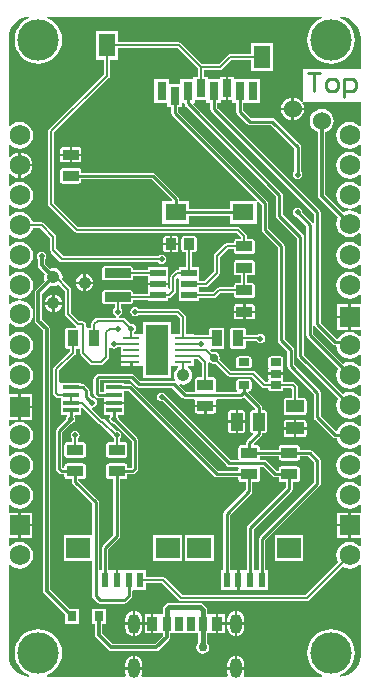
<source format=gtl>
G04*
G04 #@! TF.GenerationSoftware,Altium Limited,Altium Designer,20.2.7 (254)*
G04*
G04 Layer_Physical_Order=1*
G04 Layer_Color=255*
%FSLAX25Y25*%
%MOIN*%
G70*
G04*
G04 #@! TF.SameCoordinates,4998CC98-4955-4D50-BC1E-778ED6EA16F9*
G04*
G04*
G04 #@! TF.FilePolarity,Positive*
G04*
G01*
G75*
%ADD10C,0.00787*%
%ADD17R,0.05500X0.01100*%
G04:AMPARAMS|DCode=18|XSize=55.12mil|YSize=35.43mil|CornerRadius=1.77mil|HoleSize=0mil|Usage=FLASHONLY|Rotation=90.000|XOffset=0mil|YOffset=0mil|HoleType=Round|Shape=RoundedRectangle|*
%AMROUNDEDRECTD18*
21,1,0.05512,0.03189,0,0,90.0*
21,1,0.05158,0.03543,0,0,90.0*
1,1,0.00354,0.01595,0.02579*
1,1,0.00354,0.01595,-0.02579*
1,1,0.00354,-0.01595,-0.02579*
1,1,0.00354,-0.01595,0.02579*
%
%ADD18ROUNDEDRECTD18*%
G04:AMPARAMS|DCode=19|XSize=55.12mil|YSize=35.43mil|CornerRadius=1.77mil|HoleSize=0mil|Usage=FLASHONLY|Rotation=180.000|XOffset=0mil|YOffset=0mil|HoleType=Round|Shape=RoundedRectangle|*
%AMROUNDEDRECTD19*
21,1,0.05512,0.03189,0,0,180.0*
21,1,0.05158,0.03543,0,0,180.0*
1,1,0.00354,-0.02579,0.01595*
1,1,0.00354,0.02579,0.01595*
1,1,0.00354,0.02579,-0.01595*
1,1,0.00354,-0.02579,-0.01595*
%
%ADD19ROUNDEDRECTD19*%
%ADD20R,0.03150X0.03543*%
%ADD21R,0.03543X0.04528*%
%ADD22R,0.03150X0.04528*%
%ADD23R,0.02756X0.04528*%
%ADD24R,0.05200X0.02362*%
%ADD25R,0.05200X0.01400*%
G04:AMPARAMS|DCode=26|XSize=31.5mil|YSize=86.61mil|CornerRadius=1.58mil|HoleSize=0mil|Usage=FLASHONLY|Rotation=90.000|XOffset=0mil|YOffset=0mil|HoleType=Round|Shape=RoundedRectangle|*
%AMROUNDEDRECTD26*
21,1,0.03150,0.08346,0,0,90.0*
21,1,0.02835,0.08661,0,0,90.0*
1,1,0.00315,0.04173,0.01417*
1,1,0.00315,0.04173,-0.01417*
1,1,0.00315,-0.04173,-0.01417*
1,1,0.00315,-0.04173,0.01417*
%
%ADD26ROUNDEDRECTD26*%
G04:AMPARAMS|DCode=27|XSize=37.4mil|YSize=35.43mil|CornerRadius=1.77mil|HoleSize=0mil|Usage=FLASHONLY|Rotation=90.000|XOffset=0mil|YOffset=0mil|HoleType=Round|Shape=RoundedRectangle|*
%AMROUNDEDRECTD27*
21,1,0.03740,0.03189,0,0,90.0*
21,1,0.03386,0.03543,0,0,90.0*
1,1,0.00354,0.01595,0.01693*
1,1,0.00354,0.01595,-0.01693*
1,1,0.00354,-0.01595,-0.01693*
1,1,0.00354,-0.01595,0.01693*
%
%ADD27ROUNDEDRECTD27*%
G04:AMPARAMS|DCode=28|XSize=61.02mil|YSize=41.34mil|CornerRadius=2.07mil|HoleSize=0mil|Usage=FLASHONLY|Rotation=90.000|XOffset=0mil|YOffset=0mil|HoleType=Round|Shape=RoundedRectangle|*
%AMROUNDEDRECTD28*
21,1,0.06102,0.03720,0,0,90.0*
21,1,0.05689,0.04134,0,0,90.0*
1,1,0.00413,0.01860,0.02845*
1,1,0.00413,0.01860,-0.02845*
1,1,0.00413,-0.01860,-0.02845*
1,1,0.00413,-0.01860,0.02845*
%
%ADD28ROUNDEDRECTD28*%
G04:AMPARAMS|DCode=29|XSize=61.02mil|YSize=41.34mil|CornerRadius=2.07mil|HoleSize=0mil|Usage=FLASHONLY|Rotation=180.000|XOffset=0mil|YOffset=0mil|HoleType=Round|Shape=RoundedRectangle|*
%AMROUNDEDRECTD29*
21,1,0.06102,0.03720,0,0,180.0*
21,1,0.05689,0.04134,0,0,180.0*
1,1,0.00413,-0.02845,0.01860*
1,1,0.00413,0.02845,0.01860*
1,1,0.00413,0.02845,-0.01860*
1,1,0.00413,-0.02845,-0.01860*
%
%ADD29ROUNDEDRECTD29*%
G04:AMPARAMS|DCode=30|XSize=23.62mil|YSize=35.43mil|CornerRadius=1.18mil|HoleSize=0mil|Usage=FLASHONLY|Rotation=90.000|XOffset=0mil|YOffset=0mil|HoleType=Round|Shape=RoundedRectangle|*
%AMROUNDEDRECTD30*
21,1,0.02362,0.03307,0,0,90.0*
21,1,0.02126,0.03543,0,0,90.0*
1,1,0.00236,0.01654,0.01063*
1,1,0.00236,0.01654,-0.01063*
1,1,0.00236,-0.01654,-0.01063*
1,1,0.00236,-0.01654,0.01063*
%
%ADD30ROUNDEDRECTD30*%
%ADD31R,0.07874X0.07087*%
%ADD32R,0.02362X0.05118*%
%ADD33R,0.03150X0.05906*%
%ADD34R,0.05512X0.07480*%
%ADD35R,0.07087X0.05512*%
%ADD65R,0.07600X0.17000*%
%ADD66C,0.01181*%
%ADD67C,0.00984*%
%ADD68C,0.01575*%
%ADD69C,0.01000*%
%ADD70C,0.06000*%
%ADD71C,0.04173*%
%ADD72C,0.06900*%
%ADD73R,0.06900X0.06900*%
%ADD74O,0.03937X0.06693*%
%ADD75C,0.13780*%
%ADD76C,0.01850*%
%ADD77C,0.02756*%
%ADD78C,0.02953*%
G36*
X106505Y221509D02*
X106421Y221483D01*
X105053Y220752D01*
X103854Y219768D01*
X102870Y218569D01*
X102139Y217201D01*
X101689Y215717D01*
X101537Y214173D01*
X101689Y212630D01*
X102139Y211145D01*
X102870Y209777D01*
X103854Y208578D01*
X105053Y207594D01*
X106421Y206863D01*
X107905Y206413D01*
X109449Y206261D01*
X110992Y206413D01*
X112477Y206863D01*
X113845Y207594D01*
X115043Y208578D01*
X116027Y209777D01*
X116759Y211145D01*
X117209Y212630D01*
X117361Y214173D01*
X117209Y215717D01*
X116759Y217201D01*
X116027Y218569D01*
X115043Y219768D01*
X113845Y220752D01*
X112477Y221483D01*
X112384Y221511D01*
X112480Y221994D01*
X112694Y221983D01*
X113584Y221895D01*
X114911Y221493D01*
X116133Y220840D01*
X117204Y219960D01*
X118084Y218889D01*
X118737Y217667D01*
X119140Y216340D01*
X119268Y215037D01*
X119253Y214961D01*
Y204682D01*
X100083D01*
Y193960D01*
X100083Y193674D01*
X100081Y193665D01*
X99589Y193488D01*
X99272Y193902D01*
X98480Y194509D01*
X97559Y194891D01*
X96964Y194969D01*
Y191595D01*
X100339D01*
X100260Y192190D01*
X99890Y193084D01*
X99973Y193223D01*
X100207Y193504D01*
X100512Y193504D01*
X119253D01*
Y185736D01*
X118930Y185626D01*
X118753Y185599D01*
X117847Y186295D01*
X116768Y186741D01*
X115610Y186894D01*
X114453Y186741D01*
X113374Y186295D01*
X112448Y185584D01*
X111737Y184658D01*
X111290Y183579D01*
X111138Y182421D01*
X111290Y181264D01*
X111737Y180185D01*
X112448Y179259D01*
X113374Y178548D01*
X114453Y178101D01*
X115610Y177949D01*
X116768Y178101D01*
X117847Y178548D01*
X118753Y179243D01*
X118930Y179216D01*
X119253Y179106D01*
Y175736D01*
X118930Y175627D01*
X118753Y175599D01*
X117847Y176295D01*
X116768Y176741D01*
X115610Y176894D01*
X114453Y176741D01*
X113374Y176295D01*
X112448Y175584D01*
X111737Y174657D01*
X111290Y173579D01*
X111138Y172421D01*
X111290Y171264D01*
X111737Y170185D01*
X112448Y169259D01*
X113374Y168548D01*
X114453Y168101D01*
X115610Y167949D01*
X116768Y168101D01*
X117847Y168548D01*
X118753Y169243D01*
X118930Y169216D01*
X119253Y169106D01*
Y165736D01*
X118930Y165627D01*
X118753Y165599D01*
X117847Y166295D01*
X116768Y166741D01*
X115610Y166894D01*
X114453Y166741D01*
X113374Y166295D01*
X112448Y165584D01*
X111737Y164657D01*
X111290Y163579D01*
X111138Y162421D01*
X111290Y161264D01*
X111737Y160185D01*
X112448Y159259D01*
X113374Y158548D01*
X114453Y158101D01*
X115610Y157949D01*
X116768Y158101D01*
X117847Y158548D01*
X118753Y159243D01*
X118930Y159216D01*
X119253Y159107D01*
Y156236D01*
X118930Y156126D01*
X118753Y156099D01*
X117847Y156795D01*
X116768Y157241D01*
X115610Y157394D01*
X114453Y157241D01*
X113421Y156814D01*
X107503Y162731D01*
Y183391D01*
X108308Y183724D01*
X109141Y184363D01*
X109779Y185195D01*
X110181Y186165D01*
X110318Y187205D01*
X110181Y188245D01*
X109779Y189214D01*
X109141Y190046D01*
X108308Y190685D01*
X107339Y191086D01*
X106299Y191223D01*
X105259Y191086D01*
X104290Y190685D01*
X103458Y190046D01*
X102819Y189214D01*
X102418Y188245D01*
X102281Y187205D01*
X102418Y186165D01*
X102819Y185195D01*
X103458Y184363D01*
X104290Y183724D01*
X105095Y183391D01*
Y162232D01*
X105095Y162232D01*
X105187Y161771D01*
X105448Y161381D01*
X111718Y155111D01*
X111290Y154079D01*
X111138Y152921D01*
X111290Y151764D01*
X111737Y150685D01*
X112448Y149759D01*
X113374Y149048D01*
X114453Y148601D01*
X115610Y148449D01*
X116768Y148601D01*
X117847Y149048D01*
X118753Y149743D01*
X118930Y149716D01*
X119253Y149607D01*
Y145736D01*
X118930Y145626D01*
X118753Y145599D01*
X117847Y146295D01*
X116768Y146741D01*
X115610Y146894D01*
X114453Y146741D01*
X113374Y146295D01*
X112448Y145584D01*
X111737Y144658D01*
X111290Y143579D01*
X111138Y142421D01*
X111290Y141264D01*
X111737Y140185D01*
X112448Y139259D01*
X113374Y138548D01*
X114453Y138101D01*
X115610Y137949D01*
X116768Y138101D01*
X117847Y138548D01*
X118753Y139243D01*
X118930Y139216D01*
X119253Y139107D01*
Y135736D01*
X118930Y135626D01*
X118753Y135599D01*
X117847Y136295D01*
X116768Y136741D01*
X115610Y136894D01*
X114453Y136741D01*
X113374Y136295D01*
X112448Y135584D01*
X111737Y134658D01*
X111290Y133579D01*
X111138Y132421D01*
X111290Y131264D01*
X111737Y130185D01*
X112448Y129259D01*
X113374Y128548D01*
X114453Y128101D01*
X115610Y127949D01*
X116768Y128101D01*
X117847Y128548D01*
X118753Y129243D01*
X118930Y129216D01*
X119253Y129106D01*
Y126159D01*
X116004D01*
Y121921D01*
Y117684D01*
X119253D01*
Y115736D01*
X118930Y115627D01*
X118753Y115599D01*
X117847Y116295D01*
X116768Y116741D01*
X115610Y116894D01*
X114453Y116741D01*
X113374Y116295D01*
X112448Y115584D01*
X111737Y114657D01*
X111737Y114657D01*
X111227D01*
X105927Y119957D01*
Y156693D01*
X105843Y157116D01*
X105604Y157474D01*
X71420Y191658D01*
Y193307D01*
X72875D01*
Y194291D01*
X74252D01*
Y198031D01*
Y201771D01*
X72284D01*
Y201181D01*
X68544D01*
Y201968D01*
X66988D01*
Y204213D01*
X72387D01*
X72771Y204289D01*
X73097Y204507D01*
X76051Y207461D01*
X82678D01*
Y203741D01*
X90158D01*
Y213189D01*
X82678D01*
Y209468D01*
X75636D01*
X75252Y209392D01*
X74926Y209174D01*
X71972Y206220D01*
X66400D01*
X59510Y213111D01*
X59184Y213328D01*
X58800Y213405D01*
X38386D01*
Y217126D01*
X30906D01*
Y207677D01*
X33642D01*
Y202753D01*
X15432Y184543D01*
X15215Y184218D01*
X15138Y183834D01*
Y159449D01*
X15215Y159065D01*
X15432Y158739D01*
X23916Y150255D01*
X24242Y150037D01*
X24626Y149961D01*
X77951D01*
X79460Y148452D01*
X79391Y147952D01*
X77933D01*
X77557Y147877D01*
X77238Y147664D01*
X77025Y147345D01*
X76950Y146968D01*
Y146378D01*
X74606D01*
X74222Y146301D01*
X73897Y146084D01*
X70550Y142737D01*
X70333Y142412D01*
X70256Y142028D01*
Y136833D01*
X67202Y133779D01*
X65369D01*
Y138444D01*
X63068D01*
Y143549D01*
X63659D01*
X64035Y143624D01*
X64354Y143837D01*
X64567Y144156D01*
X64642Y144533D01*
Y147918D01*
X64567Y148295D01*
X64354Y148614D01*
X64035Y148827D01*
X63659Y148902D01*
X60470D01*
X60093Y148827D01*
X59774Y148614D01*
X59561Y148295D01*
X59486Y147918D01*
Y144533D01*
X59561Y144156D01*
X59774Y143837D01*
X60093Y143624D01*
X60470Y143549D01*
X61061D01*
Y138444D01*
X58595D01*
Y137479D01*
X58220D01*
X57836Y137403D01*
X57510Y137185D01*
X56172Y135847D01*
X55955Y135522D01*
X55879Y135138D01*
Y131332D01*
X55669Y131175D01*
X55169Y131425D01*
Y132382D01*
X48395D01*
Y129551D01*
X43412D01*
Y129965D01*
X43338Y130334D01*
X43130Y130646D01*
X42817Y130855D01*
X42448Y130928D01*
X34102D01*
X33733Y130855D01*
X33421Y130646D01*
X33212Y130334D01*
X33138Y129965D01*
Y127130D01*
X33212Y126762D01*
X33421Y126449D01*
X33733Y126240D01*
X34102Y126167D01*
X37272D01*
Y124775D01*
X37182Y124715D01*
X36847Y124213D01*
X36730Y123622D01*
X36847Y123031D01*
X37182Y122529D01*
X37684Y122194D01*
X37736Y122184D01*
X37686Y121684D01*
X31594D01*
X31210Y121607D01*
X30884Y121390D01*
X29704Y120210D01*
X29486Y119884D01*
X29410Y119500D01*
Y118329D01*
X28819D01*
X28442Y118254D01*
X28375Y118209D01*
X27875Y118476D01*
Y119039D01*
X27798Y119423D01*
X27581Y119748D01*
X27119Y120210D01*
X26794Y120427D01*
X26410Y120503D01*
X25460D01*
X22756Y123208D01*
Y131004D01*
X22679Y131388D01*
X22462Y131713D01*
X19856Y134319D01*
X19863Y134336D01*
X19968Y135138D01*
X19863Y135940D01*
X19553Y136687D01*
X19061Y137328D01*
X18420Y137820D01*
X17673Y138130D01*
X16871Y138235D01*
X16069Y138130D01*
X15725Y137987D01*
X14098Y139614D01*
Y141102D01*
X14322Y141436D01*
X14439Y142028D01*
X14322Y142619D01*
X13986Y143120D01*
X13485Y143455D01*
X12894Y143573D01*
X12302Y143455D01*
X11801Y143120D01*
X11466Y142619D01*
X11348Y142028D01*
X11466Y141436D01*
X11689Y141102D01*
Y139115D01*
X11689Y139115D01*
X11781Y138654D01*
X12042Y138264D01*
X14022Y136284D01*
X13879Y135940D01*
X13774Y135138D01*
X13879Y134336D01*
X14022Y133992D01*
X10960Y130929D01*
X10698Y130539D01*
X10607Y130078D01*
X10607Y130078D01*
Y120680D01*
X10607Y120680D01*
X10698Y120220D01*
X10960Y119829D01*
X13461Y117327D01*
Y30544D01*
X13461Y30544D01*
X13553Y30083D01*
X13814Y29693D01*
X20571Y22936D01*
Y19521D01*
X25295D01*
Y24639D01*
X22274D01*
X15870Y31043D01*
Y117826D01*
X15778Y118287D01*
X15517Y118678D01*
X15517Y118678D01*
X13015Y121179D01*
Y129579D01*
X15725Y132289D01*
X16069Y132146D01*
X16871Y132040D01*
X17673Y132146D01*
X18420Y132455D01*
X18681Y132656D01*
X20748Y130588D01*
Y122792D01*
X20825Y122408D01*
X21042Y122082D01*
X24296Y118829D01*
X24278Y118666D01*
X24125Y118329D01*
X21732D01*
X21356Y118254D01*
X21037Y118041D01*
X20824Y117722D01*
X20749Y117345D01*
Y112188D01*
X20824Y111812D01*
X21037Y111493D01*
X21356Y111279D01*
X21732Y111205D01*
X22323D01*
Y110434D01*
X17105Y105216D01*
X16888Y104890D01*
X16811Y104506D01*
Y96555D01*
X16888Y96171D01*
X17105Y95846D01*
X17774Y95177D01*
X18099Y94959D01*
X18484Y94883D01*
X19235D01*
Y91799D01*
Y89299D01*
X21328D01*
X21471Y88799D01*
X21195Y88387D01*
X21081Y87815D01*
X17920Y84654D01*
X17681Y84296D01*
X17597Y83873D01*
Y71358D01*
X17681Y70936D01*
X17920Y70578D01*
X18806Y69692D01*
X19164Y69453D01*
X19587Y69369D01*
X20552D01*
Y68878D01*
X20627Y68502D01*
X20840Y68182D01*
X21159Y67969D01*
X21535Y67895D01*
X23010D01*
Y66930D01*
X23094Y66508D01*
X23334Y66149D01*
X29802Y59681D01*
Y49680D01*
X29724Y49213D01*
X29302Y49213D01*
X20275D01*
Y40551D01*
X29302D01*
X29724Y40551D01*
X29802Y40083D01*
Y28839D01*
X29886Y28416D01*
X30125Y28058D01*
X31503Y26680D01*
X31861Y26441D01*
X32283Y26357D01*
X40551D01*
X40974Y26441D01*
X41332Y26680D01*
X42710Y28058D01*
X42949Y28416D01*
X43033Y28839D01*
Y30355D01*
X43387Y30709D01*
X43897Y30709D01*
X44397Y30709D01*
X47834D01*
Y33052D01*
X53127D01*
X58725Y27453D01*
X59051Y27236D01*
X59435Y27159D01*
X101352D01*
X101736Y27236D01*
X102061Y27453D01*
X113251Y38642D01*
X113374Y38548D01*
X114453Y38101D01*
X115610Y37949D01*
X116768Y38101D01*
X117847Y38548D01*
X118753Y39243D01*
X118930Y39216D01*
X119253Y39107D01*
Y9055D01*
X119268Y8979D01*
X119140Y7676D01*
X118737Y6349D01*
X118084Y5127D01*
X117204Y4055D01*
X116133Y3176D01*
X114911Y2523D01*
X113584Y2120D01*
X112694Y2033D01*
X112480Y2021D01*
X112384Y2505D01*
X112477Y2533D01*
X113845Y3264D01*
X115043Y4248D01*
X116027Y5447D01*
X116759Y6815D01*
X117209Y8299D01*
X117361Y9843D01*
X117209Y11386D01*
X116759Y12870D01*
X116027Y14238D01*
X115043Y15437D01*
X113845Y16421D01*
X112477Y17152D01*
X110992Y17603D01*
X109449Y17755D01*
X107905Y17603D01*
X106421Y17152D01*
X105053Y16421D01*
X103854Y15437D01*
X102870Y14238D01*
X102139Y12870D01*
X101689Y11386D01*
X101537Y9843D01*
X101689Y8299D01*
X102139Y6815D01*
X102870Y5447D01*
X103854Y4248D01*
X105053Y3264D01*
X106421Y2533D01*
X106505Y2507D01*
X106431Y2007D01*
X80516D01*
X80238Y2423D01*
X80323Y2627D01*
X80418Y3347D01*
Y4331D01*
X74858D01*
Y3347D01*
X74953Y2627D01*
X75037Y2423D01*
X74760Y2007D01*
X46500Y2007D01*
X46222Y2423D01*
X46307Y2627D01*
X46402Y3347D01*
Y4331D01*
X40842D01*
Y3347D01*
X40937Y2627D01*
X41022Y2423D01*
X40744Y2007D01*
X14829D01*
X14754Y2507D01*
X14839Y2533D01*
X16207Y3264D01*
X17406Y4248D01*
X18390Y5447D01*
X19121Y6815D01*
X19571Y8299D01*
X19723Y9843D01*
X19571Y11386D01*
X19121Y12870D01*
X18390Y14238D01*
X17406Y15437D01*
X16207Y16421D01*
X14839Y17152D01*
X13355Y17603D01*
X11811Y17755D01*
X10267Y17603D01*
X8783Y17152D01*
X7415Y16421D01*
X6216Y15437D01*
X5232Y14238D01*
X4501Y12870D01*
X4051Y11386D01*
X3899Y9843D01*
X4051Y8299D01*
X4501Y6815D01*
X5232Y5447D01*
X6216Y4248D01*
X7415Y3264D01*
X8783Y2533D01*
X8876Y2505D01*
X8778Y2012D01*
X7676Y2120D01*
X6349Y2523D01*
X5127Y3176D01*
X4055Y4055D01*
X3176Y5127D01*
X2523Y6349D01*
X2120Y7676D01*
X1992Y8979D01*
X2007Y9055D01*
Y39098D01*
X2507Y39213D01*
X3374Y38548D01*
X4453Y38101D01*
X5610Y37949D01*
X6768Y38101D01*
X7846Y38548D01*
X8773Y39259D01*
X9483Y40185D01*
X9930Y41264D01*
X10083Y42421D01*
X9930Y43579D01*
X9483Y44657D01*
X8773Y45584D01*
X7846Y46295D01*
X6768Y46741D01*
X5610Y46894D01*
X4453Y46741D01*
X3374Y46295D01*
X2507Y45629D01*
X2007Y45744D01*
Y48184D01*
X5217D01*
Y52421D01*
Y56659D01*
X2007D01*
Y59098D01*
X2507Y59213D01*
X3374Y58548D01*
X4453Y58101D01*
X5610Y57949D01*
X6768Y58101D01*
X7846Y58548D01*
X8773Y59259D01*
X9483Y60185D01*
X9930Y61264D01*
X10083Y62421D01*
X9930Y63579D01*
X9483Y64657D01*
X8773Y65584D01*
X7846Y66295D01*
X6768Y66741D01*
X5610Y66894D01*
X4453Y66741D01*
X3374Y66295D01*
X2507Y65629D01*
X2007Y65745D01*
Y69098D01*
X2507Y69213D01*
X3374Y68548D01*
X4453Y68101D01*
X5610Y67949D01*
X6768Y68101D01*
X7846Y68548D01*
X8773Y69259D01*
X9483Y70185D01*
X9930Y71264D01*
X10083Y72421D01*
X9930Y73579D01*
X9483Y74657D01*
X8773Y75584D01*
X7846Y76295D01*
X6768Y76741D01*
X5610Y76894D01*
X4453Y76741D01*
X3374Y76295D01*
X2507Y75629D01*
X2007Y75744D01*
Y79098D01*
X2507Y79213D01*
X3374Y78548D01*
X4453Y78101D01*
X5610Y77949D01*
X6768Y78101D01*
X7846Y78548D01*
X8773Y79259D01*
X9483Y80185D01*
X9930Y81264D01*
X10083Y82421D01*
X9930Y83579D01*
X9483Y84658D01*
X8773Y85584D01*
X7846Y86295D01*
X6768Y86741D01*
X5610Y86894D01*
X4453Y86741D01*
X3374Y86295D01*
X2507Y85629D01*
X2007Y85745D01*
Y87684D01*
X5217D01*
Y91921D01*
Y96159D01*
X2007D01*
Y99098D01*
X2507Y99213D01*
X3374Y98548D01*
X4453Y98101D01*
X5610Y97949D01*
X6768Y98101D01*
X7846Y98548D01*
X8773Y99259D01*
X9483Y100185D01*
X9930Y101264D01*
X10083Y102421D01*
X9930Y103579D01*
X9483Y104657D01*
X8773Y105584D01*
X7846Y106295D01*
X6768Y106741D01*
X5610Y106894D01*
X4453Y106741D01*
X3374Y106295D01*
X2507Y105629D01*
X2007Y105745D01*
Y109098D01*
X2507Y109213D01*
X3374Y108548D01*
X4453Y108101D01*
X5610Y107949D01*
X6768Y108101D01*
X7846Y108548D01*
X8773Y109259D01*
X9483Y110185D01*
X9930Y111264D01*
X10083Y112421D01*
X9930Y113579D01*
X9483Y114657D01*
X8773Y115584D01*
X7846Y116295D01*
X6768Y116741D01*
X5610Y116894D01*
X4453Y116741D01*
X3374Y116295D01*
X2507Y115629D01*
X2007Y115744D01*
Y119598D01*
X2507Y119713D01*
X3374Y119048D01*
X4453Y118601D01*
X5610Y118449D01*
X6768Y118601D01*
X7846Y119048D01*
X8773Y119759D01*
X9483Y120685D01*
X9930Y121764D01*
X10083Y122921D01*
X9930Y124079D01*
X9483Y125157D01*
X8773Y126084D01*
X7846Y126795D01*
X6768Y127241D01*
X5610Y127394D01*
X4453Y127241D01*
X3374Y126795D01*
X2507Y126129D01*
X2007Y126244D01*
Y129098D01*
X2507Y129213D01*
X3374Y128548D01*
X4453Y128101D01*
X5610Y127949D01*
X6768Y128101D01*
X7846Y128548D01*
X8773Y129259D01*
X9483Y130185D01*
X9930Y131264D01*
X10083Y132421D01*
X9930Y133579D01*
X9483Y134658D01*
X8773Y135584D01*
X7846Y136295D01*
X6768Y136741D01*
X5610Y136894D01*
X4453Y136741D01*
X3374Y136295D01*
X2507Y135629D01*
X2007Y135745D01*
Y139098D01*
X2507Y139213D01*
X3374Y138548D01*
X4453Y138101D01*
X5610Y137949D01*
X6768Y138101D01*
X7846Y138548D01*
X8773Y139259D01*
X9483Y140185D01*
X9930Y141264D01*
X10083Y142421D01*
X9930Y143579D01*
X9483Y144658D01*
X8773Y145584D01*
X7846Y146295D01*
X6768Y146741D01*
X5610Y146894D01*
X4453Y146741D01*
X3374Y146295D01*
X2507Y145629D01*
X2007Y145745D01*
Y149098D01*
X2507Y149213D01*
X3374Y148548D01*
X4453Y148101D01*
X5610Y147949D01*
X6768Y148101D01*
X7846Y148548D01*
X8773Y149259D01*
X9483Y150185D01*
X9930Y151264D01*
X9951Y151418D01*
X12478D01*
X15868Y148028D01*
Y144060D01*
X15944Y143676D01*
X16161Y143351D01*
X19178Y140334D01*
X19504Y140116D01*
X19888Y140040D01*
X51801D01*
X51860Y139951D01*
X52362Y139615D01*
X52953Y139498D01*
X53545Y139615D01*
X54046Y139951D01*
X54381Y140452D01*
X54499Y141043D01*
X54381Y141635D01*
X54046Y142136D01*
X53545Y142471D01*
X52953Y142589D01*
X52362Y142471D01*
X51860Y142136D01*
X51801Y142047D01*
X20303D01*
X17875Y144476D01*
Y148444D01*
X17798Y148828D01*
X17581Y149153D01*
X13603Y153131D01*
X13278Y153348D01*
X12894Y153425D01*
X9951D01*
X9930Y153579D01*
X9483Y154657D01*
X8773Y155584D01*
X7846Y156295D01*
X6768Y156741D01*
X5610Y156894D01*
X4453Y156741D01*
X3374Y156295D01*
X2507Y155629D01*
X2007Y155745D01*
Y159098D01*
X2507Y159213D01*
X3374Y158548D01*
X4453Y158101D01*
X5610Y157949D01*
X6768Y158101D01*
X7846Y158548D01*
X8773Y159259D01*
X9483Y160185D01*
X9930Y161264D01*
X10083Y162421D01*
X9930Y163579D01*
X9483Y164657D01*
X8773Y165584D01*
X7846Y166295D01*
X6768Y166741D01*
X5610Y166894D01*
X4453Y166741D01*
X3374Y166295D01*
X2507Y165629D01*
X2007Y165744D01*
Y169378D01*
X2481Y169539D01*
X2588Y169399D01*
X3473Y168720D01*
X4504Y168293D01*
X5217Y168199D01*
Y172421D01*
Y176643D01*
X4504Y176550D01*
X3473Y176123D01*
X2588Y175443D01*
X2481Y175303D01*
X2007Y175464D01*
Y179098D01*
X2507Y179213D01*
X3374Y178548D01*
X4453Y178101D01*
X5610Y177949D01*
X6768Y178101D01*
X7846Y178548D01*
X8773Y179259D01*
X9483Y180185D01*
X9930Y181264D01*
X10083Y182421D01*
X9930Y183579D01*
X9483Y184658D01*
X8773Y185584D01*
X7846Y186295D01*
X6768Y186741D01*
X5610Y186894D01*
X4453Y186741D01*
X3374Y186295D01*
X2507Y185629D01*
X2007Y185745D01*
Y214961D01*
X1992Y215037D01*
X2120Y216340D01*
X2523Y217667D01*
X3176Y218889D01*
X4055Y219960D01*
X5127Y220840D01*
X6349Y221493D01*
X7676Y221895D01*
X8778Y222004D01*
X8876Y221511D01*
X8783Y221483D01*
X7415Y220752D01*
X6216Y219768D01*
X5232Y218569D01*
X4501Y217201D01*
X4051Y215717D01*
X3899Y214173D01*
X4051Y212630D01*
X4501Y211145D01*
X5232Y209777D01*
X6216Y208578D01*
X7415Y207594D01*
X8783Y206863D01*
X10267Y206413D01*
X11811Y206261D01*
X13355Y206413D01*
X14839Y206863D01*
X16207Y207594D01*
X17406Y208578D01*
X18390Y209777D01*
X19121Y211145D01*
X19571Y212630D01*
X19723Y214173D01*
X19571Y215717D01*
X19121Y217201D01*
X18390Y218569D01*
X17406Y219768D01*
X16207Y220752D01*
X14839Y221483D01*
X14754Y221509D01*
X14829Y222009D01*
X106431Y222009D01*
X106505Y221509D01*
D02*
G37*
G36*
X64981Y204801D02*
Y201968D01*
X63426D01*
Y201181D01*
X59095D01*
Y199606D01*
X55552D01*
Y201181D01*
X50434D01*
Y193307D01*
X54764D01*
Y191732D01*
X56219D01*
Y189823D01*
X56303Y189400D01*
X56542Y189042D01*
X84654Y160930D01*
X84444Y160433D01*
X84230Y160433D01*
X75591D01*
Y157797D01*
X62205D01*
Y160433D01*
X58782D01*
Y161220D01*
X58698Y161642D01*
X58458Y162001D01*
X50800Y169659D01*
X50442Y169898D01*
X50020Y169982D01*
X26185D01*
Y170472D01*
X26110Y170849D01*
X25897Y171168D01*
X25578Y171381D01*
X25202Y171456D01*
X20044D01*
X19668Y171381D01*
X19349Y171168D01*
X19136Y170849D01*
X19061Y170472D01*
Y167283D01*
X19136Y166907D01*
X19349Y166588D01*
X19668Y166375D01*
X20044Y166300D01*
X25202D01*
X25578Y166375D01*
X25897Y166588D01*
X26110Y166907D01*
X26185Y167283D01*
Y167774D01*
X49562D01*
X56403Y160933D01*
X56196Y160433D01*
X53150D01*
Y152953D01*
X62205D01*
Y155589D01*
X75591D01*
Y152953D01*
X84646D01*
Y159985D01*
X84646Y160231D01*
X85143Y160441D01*
X86298Y159286D01*
Y150965D01*
X86382Y150542D01*
X86621Y150184D01*
X91711Y145094D01*
Y114096D01*
X91795Y113674D01*
X92035Y113316D01*
X94861Y110490D01*
Y105472D01*
X94945Y105050D01*
X95184Y104691D01*
X103719Y96156D01*
Y88387D01*
X103803Y87964D01*
X104043Y87606D01*
X109903Y81745D01*
X110261Y81506D01*
X110684Y81422D01*
X111269D01*
X111290Y81264D01*
X111737Y80185D01*
X112448Y79259D01*
X113374Y78548D01*
X114453Y78101D01*
X115610Y77949D01*
X116768Y78101D01*
X117847Y78548D01*
X118753Y79243D01*
X118930Y79216D01*
X119253Y79106D01*
Y75736D01*
X118930Y75626D01*
X118753Y75599D01*
X117847Y76295D01*
X116768Y76741D01*
X115610Y76894D01*
X114453Y76741D01*
X113374Y76295D01*
X112448Y75584D01*
X111737Y74657D01*
X111290Y73579D01*
X111138Y72421D01*
X111290Y71264D01*
X111737Y70185D01*
X112448Y69259D01*
X113374Y68548D01*
X114453Y68101D01*
X115610Y67949D01*
X116768Y68101D01*
X117847Y68548D01*
X118753Y69243D01*
X118930Y69216D01*
X119253Y69107D01*
Y65736D01*
X118930Y65627D01*
X118753Y65599D01*
X117847Y66295D01*
X116768Y66741D01*
X115610Y66894D01*
X114453Y66741D01*
X113374Y66295D01*
X112448Y65584D01*
X111737Y64657D01*
X111290Y63579D01*
X111138Y62421D01*
X111290Y61264D01*
X111737Y60185D01*
X112448Y59259D01*
X113374Y58548D01*
X114453Y58101D01*
X115610Y57949D01*
X116768Y58101D01*
X117847Y58548D01*
X118753Y59243D01*
X118930Y59216D01*
X119253Y59106D01*
Y56659D01*
X116004D01*
Y52421D01*
Y48184D01*
X119253D01*
Y45736D01*
X118930Y45627D01*
X118753Y45599D01*
X117847Y46295D01*
X116768Y46741D01*
X115610Y46894D01*
X114453Y46741D01*
X113374Y46295D01*
X112448Y45584D01*
X111737Y44657D01*
X111290Y43579D01*
X111138Y42421D01*
X111290Y41264D01*
X111737Y40185D01*
X111831Y40062D01*
X100936Y29166D01*
X59851D01*
X54252Y34765D01*
X53927Y34982D01*
X53543Y35059D01*
X47834D01*
Y37402D01*
X44397D01*
X43897Y37402D01*
X43397Y37402D01*
X40460D01*
X39960Y37402D01*
X39460Y37402D01*
X38385D01*
Y34055D01*
X37598D01*
Y37402D01*
X35158D01*
Y44425D01*
X38772Y48038D01*
X39011Y48396D01*
X39095Y48819D01*
Y67895D01*
X40570D01*
X40947Y67969D01*
X41266Y68182D01*
X41479Y68502D01*
X41554Y68878D01*
Y69369D01*
X43167D01*
X43589Y69453D01*
X43947Y69692D01*
X44833Y70578D01*
X45072Y70936D01*
X45156Y71358D01*
Y80849D01*
X45072Y81271D01*
X44833Y81629D01*
X38564Y87898D01*
X38451Y88470D01*
X38231Y88799D01*
X38443Y89299D01*
X40410D01*
Y91799D01*
Y92893D01*
X37023D01*
X33635D01*
Y91799D01*
Y89299D01*
X35603D01*
X35815Y88799D01*
X35595Y88470D01*
X35477Y87878D01*
X35595Y87287D01*
X35930Y86786D01*
X36431Y86451D01*
X37003Y86337D01*
X42948Y80392D01*
Y71816D01*
X42709Y71576D01*
X41554D01*
Y72067D01*
X41479Y72443D01*
X41266Y72762D01*
X40947Y72975D01*
X40570Y73050D01*
X35413D01*
X35036Y72975D01*
X34717Y72762D01*
X34504Y72443D01*
X34429Y72067D01*
Y68878D01*
X34504Y68502D01*
X34717Y68182D01*
X35036Y67969D01*
X35413Y67895D01*
X36888D01*
Y49276D01*
X33274Y45662D01*
X33035Y45304D01*
X32951Y44882D01*
Y37755D01*
X32597Y37402D01*
X32086Y37402D01*
X32009Y37870D01*
Y60139D01*
X31925Y60561D01*
X31686Y60919D01*
X25218Y67387D01*
Y67895D01*
X26693D01*
X27069Y67969D01*
X27388Y68182D01*
X27602Y68502D01*
X27676Y68878D01*
Y72067D01*
X27602Y72443D01*
X27388Y72762D01*
X27069Y72975D01*
X26693Y73050D01*
X21535D01*
X21159Y72975D01*
X20840Y72762D01*
X20627Y72443D01*
X20552Y72067D01*
Y71576D01*
X20044D01*
X19805Y71816D01*
Y83416D01*
X22642Y86254D01*
X23214Y86367D01*
X23716Y86703D01*
X24051Y87204D01*
X24168Y87795D01*
X24051Y88387D01*
X23775Y88799D01*
X23918Y89299D01*
X26010D01*
Y91549D01*
X26510Y91756D01*
X31968Y86298D01*
X32293Y86081D01*
X32677Y86004D01*
X32799D01*
X36462Y82341D01*
X36564Y81830D01*
X36899Y81328D01*
X36988Y81269D01*
Y80137D01*
X35413D01*
X35036Y80062D01*
X34717Y79849D01*
X34504Y79530D01*
X34429Y79154D01*
Y75965D01*
X34504Y75588D01*
X34717Y75269D01*
X35036Y75056D01*
X35413Y74981D01*
X40570D01*
X40947Y75056D01*
X41266Y75269D01*
X41479Y75588D01*
X41554Y75965D01*
Y79154D01*
X41479Y79530D01*
X41266Y79849D01*
X40947Y80062D01*
X40570Y80137D01*
X38995D01*
Y81269D01*
X39084Y81328D01*
X39419Y81830D01*
X39537Y82421D01*
X39419Y83013D01*
X39084Y83514D01*
X38583Y83849D01*
X37991Y83967D01*
X37727Y83914D01*
X33924Y87717D01*
X33599Y87935D01*
X33215Y88011D01*
X33093D01*
X29837Y91267D01*
X30029Y91782D01*
X30414Y91859D01*
X30916Y92194D01*
X31251Y92695D01*
X31368Y93287D01*
X31251Y93878D01*
X30916Y94379D01*
X30414Y94714D01*
X29842Y94828D01*
X28958Y95712D01*
Y97190D01*
X28874Y97613D01*
X28635Y97971D01*
X27439Y99167D01*
X27080Y99406D01*
X26658Y99490D01*
X26010D01*
Y99874D01*
X19235D01*
X18819Y100075D01*
Y104090D01*
X24036Y109308D01*
X24254Y109634D01*
X24330Y110018D01*
Y111205D01*
X24921D01*
X25298Y111279D01*
X25368Y111326D01*
X25868Y111059D01*
Y109798D01*
X25944Y109414D01*
X26161Y109088D01*
X29168Y106082D01*
X29493Y105865D01*
X29877Y105788D01*
X32677D01*
X33061Y105865D01*
X33387Y106082D01*
X35158Y107854D01*
X35376Y108179D01*
X35452Y108563D01*
Y111437D01*
X35655Y111565D01*
X35952Y111652D01*
X36377Y111369D01*
X36968Y111251D01*
X37559Y111369D01*
X38061Y111704D01*
X38120Y111793D01*
X39339D01*
Y109489D01*
Y109250D01*
X42876D01*
Y108463D01*
X39339D01*
Y107281D01*
X42876D01*
Y106887D01*
X43270D01*
Y105549D01*
X46389D01*
X46414Y105549D01*
X46889Y105490D01*
Y101539D01*
X56064D01*
Y105490D01*
X56539Y105549D01*
X56564Y105549D01*
X58341D01*
X58451Y105313D01*
X58478Y105049D01*
X57907Y104611D01*
X57415Y103970D01*
X57106Y103223D01*
X57000Y102421D01*
X57106Y101620D01*
X57372Y100977D01*
X57206Y100680D01*
X57046Y100532D01*
X56918Y100558D01*
X45834D01*
X43795Y102597D01*
X43437Y102836D01*
X43014Y102920D01*
X31875D01*
X31453Y102836D01*
X31095Y102597D01*
X30518Y102020D01*
X30279Y101662D01*
X30195Y101240D01*
Y96408D01*
X30279Y95986D01*
X30518Y95628D01*
X31095Y95051D01*
X31453Y94812D01*
X31875Y94728D01*
X33635D01*
Y93680D01*
X37023D01*
X40410D01*
Y94399D01*
Y97283D01*
X41934D01*
X70509Y68708D01*
X70868Y68468D01*
X71290Y68384D01*
X78524D01*
Y67894D01*
X78599Y67517D01*
X78812Y67198D01*
X79132Y66985D01*
X79508Y66910D01*
X80983D01*
Y64237D01*
X73826Y57080D01*
X73586Y56722D01*
X73502Y56299D01*
Y37402D01*
X72638D01*
Y30709D01*
X78150D01*
Y34055D01*
Y37402D01*
X75710D01*
Y55842D01*
X82867Y62999D01*
X83106Y63357D01*
X83191Y63779D01*
Y66910D01*
X84665D01*
X85042Y66985D01*
X85361Y67198D01*
X85574Y67517D01*
X85649Y67894D01*
Y71083D01*
X85580Y71428D01*
X85581Y71470D01*
X85862Y71928D01*
X86747D01*
X89968Y68708D01*
X90326Y68468D01*
X90748Y68384D01*
X91910D01*
Y67894D01*
X91985Y67517D01*
X92198Y67198D01*
X92517Y66985D01*
X92894Y66910D01*
X94369D01*
Y65123D01*
X81700Y52454D01*
X81460Y52096D01*
X81376Y51673D01*
Y37755D01*
X81023Y37402D01*
X80512Y37402D01*
Y37402D01*
X80512D01*
Y37402D01*
X78937D01*
Y34055D01*
Y30709D01*
X80012D01*
X80512Y30709D01*
Y30709D01*
X80512D01*
Y30709D01*
X83949D01*
X84449Y30709D01*
Y30709D01*
X84449D01*
Y30709D01*
X88386D01*
Y37402D01*
X87521D01*
Y47377D01*
X105604Y65460D01*
X105843Y65818D01*
X105927Y66241D01*
Y74016D01*
X105843Y74438D01*
X105604Y74796D01*
X103045Y77355D01*
X102687Y77595D01*
X102264Y77679D01*
X99035D01*
Y78169D01*
X98960Y78546D01*
X98747Y78865D01*
X98427Y79078D01*
X98051Y79153D01*
X92894D01*
X92517Y79078D01*
X92198Y78865D01*
X91985Y78546D01*
X91910Y78169D01*
Y77679D01*
X85649D01*
Y78169D01*
X85574Y78546D01*
X85361Y78865D01*
X85042Y79078D01*
X84665Y79153D01*
X83783D01*
X83576Y79653D01*
X86017Y82094D01*
X86256Y82452D01*
X86340Y82874D01*
Y83150D01*
X87097D01*
X87484Y83227D01*
X87813Y83447D01*
X88033Y83776D01*
X88110Y84163D01*
Y89852D01*
X88033Y90240D01*
X87813Y90569D01*
X87484Y90789D01*
X87097Y90866D01*
X86340D01*
Y91831D01*
X86256Y92253D01*
X86017Y92611D01*
X81857Y96771D01*
X81922Y97064D01*
X82048Y97287D01*
X82322Y97341D01*
X82621Y97541D01*
X82822Y97841D01*
X82892Y98194D01*
Y100320D01*
X82822Y100673D01*
X82621Y100973D01*
X82322Y101173D01*
X81968Y101243D01*
X78662D01*
X78308Y101173D01*
X78009Y100973D01*
X77808Y100673D01*
X77738Y100320D01*
Y98194D01*
X77808Y97841D01*
X78009Y97541D01*
X77992Y96954D01*
X77933Y96872D01*
X71295D01*
X71014Y97329D01*
X71013Y97372D01*
X71082Y97716D01*
Y100906D01*
X71007Y101282D01*
X70794Y101601D01*
X70475Y101814D01*
X70098Y101889D01*
X68523D01*
Y106575D01*
X68523Y106575D01*
X69021Y106798D01*
X69507Y106473D01*
X70276Y106320D01*
X70766Y106417D01*
X74895Y102288D01*
X75221Y102070D01*
X75605Y101994D01*
X82892D01*
X86338Y98548D01*
X86664Y98330D01*
X87048Y98254D01*
X88368D01*
Y98194D01*
X88438Y97841D01*
X88639Y97541D01*
X88938Y97341D01*
X89291Y97271D01*
X92598D01*
X92952Y97341D01*
X93251Y97541D01*
X93451Y97841D01*
X93522Y98194D01*
Y98254D01*
X96155D01*
X96437Y97971D01*
Y94902D01*
X94596D01*
X94209Y94825D01*
X93880Y94605D01*
X93660Y94276D01*
X93583Y93889D01*
Y90168D01*
X93660Y89780D01*
X93880Y89451D01*
X94209Y89232D01*
X94596Y89154D01*
X100285D01*
X100673Y89232D01*
X101002Y89451D01*
X101222Y89780D01*
X101299Y90168D01*
Y93889D01*
X101222Y94276D01*
X101002Y94605D01*
X100673Y94825D01*
X100285Y94902D01*
X98444D01*
Y98387D01*
X98368Y98771D01*
X98150Y99096D01*
X97280Y99967D01*
X96954Y100184D01*
X96570Y100261D01*
X93522D01*
Y100320D01*
X93451Y100673D01*
X93387Y100771D01*
X93292Y101127D01*
X93387Y101484D01*
X93451Y101581D01*
X93522Y101934D01*
Y102604D01*
X90945D01*
X88368D01*
Y101934D01*
X88438Y101581D01*
X88503Y101484D01*
X88598Y101127D01*
X88503Y100771D01*
X88438Y100673D01*
X88368Y100320D01*
Y100261D01*
X87463D01*
X84017Y103707D01*
X83692Y103925D01*
X83308Y104001D01*
X76021D01*
X72185Y107836D01*
X72283Y108327D01*
X72130Y109095D01*
X71695Y109746D01*
X71044Y110181D01*
X70276Y110334D01*
X69785Y110236D01*
X69224Y110797D01*
X69478Y111251D01*
X69710Y111205D01*
X72900D01*
X73276Y111279D01*
X73595Y111493D01*
X73808Y111812D01*
X73883Y112188D01*
Y117345D01*
X73808Y117722D01*
X73595Y118041D01*
X73276Y118254D01*
X72900Y118329D01*
X69710D01*
X69334Y118254D01*
X69015Y118041D01*
X68802Y117722D01*
X68727Y117345D01*
Y115770D01*
X63614D01*
Y116104D01*
X61080D01*
Y121921D01*
X61004Y122305D01*
X60786Y122631D01*
X59085Y124332D01*
X58760Y124549D01*
X58376Y124626D01*
X45205D01*
X45145Y124715D01*
X44644Y125050D01*
X44052Y125168D01*
X43461Y125050D01*
X42960Y124715D01*
X42625Y124213D01*
X42507Y123622D01*
X42625Y123031D01*
X42960Y122529D01*
X43461Y122194D01*
X44052Y122077D01*
X44644Y122194D01*
X45145Y122529D01*
X45205Y122618D01*
X57960D01*
X59073Y121506D01*
Y116104D01*
X56564D01*
X56539Y116104D01*
X56064Y116164D01*
Y120114D01*
X46889D01*
Y116164D01*
X46414Y116104D01*
X46389Y116104D01*
X43880D01*
Y116814D01*
X43969Y116873D01*
X44304Y117375D01*
X44422Y117966D01*
X44304Y118558D01*
X43969Y119059D01*
X43468Y119394D01*
X42876Y119511D01*
X42771Y119491D01*
X40872Y121390D01*
X40546Y121607D01*
X40162Y121684D01*
X38864D01*
X38815Y122184D01*
X38866Y122194D01*
X39368Y122529D01*
X39703Y123031D01*
X39821Y123622D01*
X39703Y124213D01*
X39368Y124715D01*
X39279Y124775D01*
Y126167D01*
X42448D01*
X42817Y126240D01*
X43130Y126449D01*
X43338Y126762D01*
X43412Y127130D01*
Y127544D01*
X48395D01*
Y127107D01*
X55169D01*
Y128072D01*
X55276D01*
X55660Y128148D01*
X55986Y128366D01*
X57592Y129972D01*
X57809Y130297D01*
X57886Y130681D01*
Y134563D01*
X58095Y134724D01*
X58595Y134479D01*
Y130807D01*
Y127107D01*
X65369D01*
Y128072D01*
X70513D01*
X70897Y128148D01*
X71222Y128366D01*
X72561Y129705D01*
X76950D01*
Y129114D01*
X77025Y128738D01*
X77238Y128419D01*
X77557Y128206D01*
X77933Y128131D01*
X83091D01*
X83467Y128206D01*
X83786Y128419D01*
X83999Y128738D01*
X84074Y129114D01*
Y132303D01*
X83999Y132679D01*
X83786Y132999D01*
X83467Y133212D01*
X83091Y133287D01*
X81515D01*
Y135709D01*
X83091D01*
X83467Y135784D01*
X83786Y135997D01*
X83999Y136317D01*
X84074Y136693D01*
Y139882D01*
X83999Y140258D01*
X83786Y140577D01*
X83467Y140790D01*
X83091Y140865D01*
X77933D01*
X77557Y140790D01*
X77238Y140577D01*
X77025Y140258D01*
X76950Y139882D01*
Y136693D01*
X77025Y136317D01*
X77238Y135997D01*
X77557Y135784D01*
X77933Y135709D01*
X79508D01*
Y133287D01*
X77933D01*
X77557Y133212D01*
X77238Y132999D01*
X77025Y132679D01*
X76950Y132303D01*
Y131712D01*
X72146D01*
X71762Y131636D01*
X71436Y131418D01*
X70097Y130079D01*
X65369D01*
Y131772D01*
X67618D01*
X68002Y131848D01*
X68328Y132066D01*
X71969Y135708D01*
X72187Y136033D01*
X72263Y136417D01*
Y141612D01*
X75022Y144370D01*
X76950D01*
Y143780D01*
X77025Y143403D01*
X77238Y143084D01*
X77557Y142871D01*
X77933Y142796D01*
X83091D01*
X83467Y142871D01*
X83786Y143084D01*
X83999Y143403D01*
X84074Y143780D01*
Y146968D01*
X83999Y147345D01*
X83786Y147664D01*
X83467Y147877D01*
X83091Y147952D01*
X81515D01*
Y148819D01*
X81439Y149203D01*
X81221Y149529D01*
X79076Y151674D01*
X78750Y151892D01*
X78366Y151968D01*
X25042D01*
X17145Y159864D01*
Y183418D01*
X35355Y201628D01*
X35573Y201954D01*
X35649Y202338D01*
Y207677D01*
X38386D01*
Y211398D01*
X58384D01*
X64981Y204801D01*
D02*
G37*
G36*
X67757Y193307D02*
X69212D01*
Y191201D01*
X69296Y190778D01*
X69535Y190420D01*
X103719Y156236D01*
Y153260D01*
X103717Y153259D01*
X103219Y153177D01*
X103045Y153438D01*
X99770Y156713D01*
X99656Y157285D01*
X99321Y157786D01*
X98820Y158121D01*
X98228Y158239D01*
X97637Y158121D01*
X97136Y157786D01*
X96801Y157285D01*
X96683Y156693D01*
X96801Y156102D01*
X97136Y155601D01*
X97637Y155265D01*
X98209Y155152D01*
X101160Y152200D01*
Y115767D01*
X101244Y115345D01*
X101484Y114987D01*
X111770Y104701D01*
X111737Y104657D01*
X111290Y103579D01*
X111138Y102421D01*
X111290Y101264D01*
X111737Y100185D01*
X112448Y99259D01*
X113374Y98548D01*
X114453Y98101D01*
X115610Y97949D01*
X116768Y98101D01*
X117847Y98548D01*
X118753Y99243D01*
X118930Y99216D01*
X119253Y99107D01*
Y95736D01*
X118930Y95626D01*
X118753Y95599D01*
X117847Y96295D01*
X116768Y96741D01*
X115610Y96894D01*
X114453Y96741D01*
X113374Y96295D01*
X113331Y96262D01*
X100317Y109276D01*
Y148622D01*
X100233Y149045D01*
X99993Y149403D01*
X93328Y156068D01*
Y162500D01*
X93244Y162922D01*
X93005Y163281D01*
X63440Y192845D01*
X63632Y193307D01*
X64213D01*
Y194094D01*
X67757D01*
Y193307D01*
D02*
G37*
G36*
X104043Y118719D02*
X109989Y112773D01*
X110347Y112533D01*
X110770Y112449D01*
X111113D01*
X111138Y112421D01*
X111290Y111264D01*
X111737Y110185D01*
X112448Y109259D01*
X113374Y108548D01*
X114453Y108101D01*
X115610Y107949D01*
X116768Y108101D01*
X117847Y108548D01*
X118753Y109243D01*
X118930Y109216D01*
X119253Y109107D01*
Y105736D01*
X118930Y105626D01*
X118753Y105599D01*
X117847Y106295D01*
X116768Y106741D01*
X115610Y106894D01*
X114453Y106741D01*
X113374Y106295D01*
X113331Y106262D01*
X103368Y116225D01*
Y118897D01*
X103371Y118899D01*
X103868Y118981D01*
X104043Y118719D01*
D02*
G37*
G36*
X66516Y106376D02*
Y101889D01*
X64941D01*
X64565Y101814D01*
X64245Y101601D01*
X64032Y101282D01*
X63958Y100906D01*
Y97716D01*
X64026Y97372D01*
X64026Y97329D01*
X63744Y96872D01*
X61061D01*
X58867Y99066D01*
X59150Y99490D01*
X59296Y99429D01*
X60098Y99324D01*
X60899Y99429D01*
X61646Y99739D01*
X62288Y100231D01*
X62780Y100873D01*
X63090Y101620D01*
X63195Y102421D01*
X63090Y103223D01*
X62780Y103970D01*
X62288Y104611D01*
X61717Y105049D01*
X61744Y105313D01*
X61854Y105549D01*
X63614D01*
Y107853D01*
X65039D01*
X66516Y106376D01*
D02*
G37*
G36*
X60550Y193071D02*
X60634Y192648D01*
X60873Y192290D01*
X91120Y162043D01*
Y155611D01*
X91205Y155188D01*
X91444Y154830D01*
X98109Y148165D01*
Y108819D01*
X98193Y108396D01*
X98432Y108038D01*
X111770Y94700D01*
X111737Y94657D01*
X111290Y93579D01*
X111138Y92421D01*
X111290Y91264D01*
X111737Y90185D01*
X112448Y89259D01*
X113374Y88548D01*
X114453Y88101D01*
X115610Y87949D01*
X116768Y88101D01*
X117847Y88548D01*
X118753Y89243D01*
X118930Y89216D01*
X119253Y89107D01*
Y85736D01*
X118930Y85627D01*
X118753Y85599D01*
X117847Y86295D01*
X116768Y86741D01*
X115610Y86894D01*
X114453Y86741D01*
X113374Y86295D01*
X112448Y85584D01*
X111737Y84658D01*
X111469Y84009D01*
X110879Y83892D01*
X105927Y88844D01*
Y96613D01*
X105843Y97036D01*
X105604Y97394D01*
X97068Y105929D01*
Y110947D01*
X96984Y111370D01*
X96745Y111728D01*
X93919Y114554D01*
Y145551D01*
X93835Y145973D01*
X93596Y146331D01*
X88506Y151422D01*
Y159744D01*
X88421Y160166D01*
X88182Y160524D01*
X58426Y190280D01*
Y191732D01*
X59882D01*
Y193307D01*
X60550D01*
Y193071D01*
D02*
G37*
G36*
X44596Y98673D02*
X44954Y98434D01*
X45376Y98350D01*
X56461D01*
X59824Y94987D01*
X60182Y94748D01*
X60604Y94664D01*
X63744D01*
X64026Y94206D01*
X64026Y94164D01*
X63958Y93819D01*
Y92618D01*
X67520D01*
X71082D01*
Y93819D01*
X71013Y94164D01*
X71014Y94206D01*
X71295Y94664D01*
X79331D01*
X79753Y94748D01*
X80111Y94987D01*
X80315Y95191D01*
X84132Y91373D01*
Y90866D01*
X83376D01*
X82988Y90789D01*
X82659Y90569D01*
X82440Y90240D01*
X82362Y89852D01*
Y84163D01*
X82440Y83776D01*
X82659Y83447D01*
X82988Y83227D01*
X83266Y83172D01*
X83506Y82705D01*
X81306Y80505D01*
X81067Y80147D01*
X80983Y79724D01*
Y79153D01*
X79508D01*
X79132Y79078D01*
X78812Y78865D01*
X78599Y78546D01*
X78524Y78169D01*
Y74980D01*
X78593Y74635D01*
X78592Y74593D01*
X78311Y74135D01*
X75990D01*
X54406Y95719D01*
X54381Y95846D01*
X54046Y96348D01*
X53545Y96683D01*
X52953Y96801D01*
X52362Y96683D01*
X51860Y96348D01*
X51525Y95846D01*
X51408Y95255D01*
X51525Y94664D01*
X51860Y94162D01*
X52362Y93827D01*
X52953Y93710D01*
X53237Y93766D01*
X74752Y72251D01*
X75111Y72012D01*
X75533Y71928D01*
X78311D01*
X78592Y71470D01*
X78593Y71428D01*
X78524Y71083D01*
Y70592D01*
X71747D01*
X43172Y99167D01*
X42814Y99406D01*
X42392Y99490D01*
X40410D01*
Y99874D01*
X33635D01*
Y96936D01*
X32403D01*
Y100712D01*
X42557D01*
X44596Y98673D01*
D02*
G37*
G36*
X103719Y73558D02*
Y66698D01*
X85637Y48615D01*
X85397Y48257D01*
X85313Y47835D01*
Y37755D01*
X84960Y37402D01*
X84449Y37402D01*
Y37402D01*
X84449D01*
Y37402D01*
X83584D01*
Y51216D01*
X96253Y63885D01*
X96492Y64243D01*
X96576Y64665D01*
Y66910D01*
X98051D01*
X98427Y66985D01*
X98747Y67198D01*
X98960Y67517D01*
X99035Y67894D01*
Y71083D01*
X98960Y71459D01*
X98747Y71778D01*
X98427Y71991D01*
X98051Y72066D01*
X92894D01*
X92517Y71991D01*
X92198Y71778D01*
X91985Y71459D01*
X91910Y71083D01*
Y70592D01*
X91205D01*
X87985Y73812D01*
X87627Y74051D01*
X87205Y74135D01*
X85862D01*
X85581Y74593D01*
X85580Y74635D01*
X85649Y74980D01*
Y75471D01*
X91910D01*
Y74980D01*
X91985Y74604D01*
X92198Y74285D01*
X92517Y74072D01*
X92894Y73997D01*
X98051D01*
X98427Y74072D01*
X98747Y74285D01*
X98960Y74604D01*
X99035Y74980D01*
Y75471D01*
X101807D01*
X103719Y73558D01*
D02*
G37*
%LPC*%
G36*
X96177Y194969D02*
X95582Y194891D01*
X94660Y194509D01*
X93869Y193902D01*
X93262Y193111D01*
X92880Y192190D01*
X92802Y191595D01*
X96177D01*
Y194969D01*
D02*
G37*
G36*
X100339Y190807D02*
X96964D01*
Y187433D01*
X97559Y187511D01*
X98480Y187892D01*
X99272Y188500D01*
X99879Y189291D01*
X100260Y190212D01*
X100339Y190807D01*
D02*
G37*
G36*
X96177D02*
X92802D01*
X92880Y190212D01*
X93262Y189291D01*
X93869Y188500D01*
X94660Y187892D01*
X95582Y187511D01*
X96177Y187433D01*
Y190807D01*
D02*
G37*
G36*
X6004Y176643D02*
Y172815D01*
X9832D01*
X9739Y173527D01*
X9312Y174558D01*
X8632Y175443D01*
X7747Y176123D01*
X6716Y176550D01*
X6004Y176643D01*
D02*
G37*
G36*
X9832Y172028D02*
X6004D01*
Y168199D01*
X6716Y168293D01*
X7747Y168720D01*
X8632Y169399D01*
X9312Y170284D01*
X9739Y171315D01*
X9832Y172028D01*
D02*
G37*
G36*
X77008Y201771D02*
X75039D01*
Y198031D01*
Y194291D01*
X76418D01*
Y193307D01*
X77873D01*
Y190354D01*
X77957Y189932D01*
X78196Y189574D01*
X81542Y186228D01*
X81900Y185988D01*
X82323Y185904D01*
X89405D01*
X97174Y178135D01*
Y170417D01*
X96850Y169932D01*
X96732Y169341D01*
X96850Y168749D01*
X97185Y168248D01*
X97686Y167913D01*
X98278Y167795D01*
X98869Y167913D01*
X99370Y168248D01*
X99705Y168749D01*
X99823Y169341D01*
X99705Y169932D01*
X99381Y170417D01*
Y178593D01*
X99297Y179015D01*
X99058Y179373D01*
X90642Y187789D01*
X90284Y188028D01*
X89862Y188112D01*
X82780D01*
X80081Y190812D01*
Y193307D01*
X85867D01*
Y201181D01*
X77008D01*
Y201771D01*
D02*
G37*
G36*
X57556Y148902D02*
X56356D01*
Y146619D01*
X58540D01*
Y147918D01*
X58465Y148295D01*
X58252Y148614D01*
X57933Y148827D01*
X57556Y148902D01*
D02*
G37*
G36*
X55568D02*
X54367D01*
X53991Y148827D01*
X53672Y148614D01*
X53459Y148295D01*
X53384Y147918D01*
Y146619D01*
X55568D01*
Y148902D01*
D02*
G37*
G36*
X58540Y145832D02*
X56356D01*
Y143549D01*
X57556D01*
X57933Y143624D01*
X58252Y143837D01*
X58465Y144156D01*
X58540Y144533D01*
Y145832D01*
D02*
G37*
G36*
X55568D02*
X53384D01*
Y144533D01*
X53459Y144156D01*
X53672Y143837D01*
X53991Y143624D01*
X54367Y143549D01*
X55568D01*
Y145832D01*
D02*
G37*
G36*
X27658Y136119D02*
Y133666D01*
X30112D01*
X30065Y134022D01*
X29775Y134722D01*
X29315Y135322D01*
X28714Y135783D01*
X28015Y136072D01*
X27658Y136119D01*
D02*
G37*
G36*
X26871D02*
X26515Y136072D01*
X25815Y135783D01*
X25215Y135322D01*
X24754Y134722D01*
X24465Y134022D01*
X24418Y133666D01*
X26871D01*
Y136119D01*
D02*
G37*
G36*
X42448Y138803D02*
X34102D01*
X33733Y138729D01*
X33421Y138520D01*
X33212Y138208D01*
X33138Y137839D01*
Y135004D01*
X33212Y134636D01*
X33421Y134323D01*
X33733Y134114D01*
X34102Y134041D01*
X42448D01*
X42817Y134114D01*
X43130Y134323D01*
X43338Y134636D01*
X43412Y135004D01*
Y135418D01*
X48395D01*
Y133169D01*
X55169D01*
Y134507D01*
Y138444D01*
X48395D01*
Y137425D01*
X43412D01*
Y137839D01*
X43338Y138208D01*
X43130Y138520D01*
X42817Y138729D01*
X42448Y138803D01*
D02*
G37*
G36*
X26871Y132878D02*
X24418D01*
X24465Y132522D01*
X24754Y131823D01*
X25215Y131222D01*
X25815Y130762D01*
X26515Y130472D01*
X26871Y130425D01*
Y132878D01*
D02*
G37*
G36*
X30112D02*
X27658D01*
Y130425D01*
X28015Y130472D01*
X28714Y130762D01*
X29315Y131222D01*
X29775Y131823D01*
X30065Y132522D01*
X30112Y132878D01*
D02*
G37*
G36*
X17265Y129225D02*
Y126772D01*
X19718D01*
X19671Y127128D01*
X19381Y127827D01*
X18921Y128428D01*
X18320Y128888D01*
X17621Y129178D01*
X17265Y129225D01*
D02*
G37*
G36*
X16477D02*
X16121Y129178D01*
X15422Y128888D01*
X14821Y128428D01*
X14361Y127827D01*
X14071Y127128D01*
X14024Y126772D01*
X16477D01*
Y129225D01*
D02*
G37*
G36*
X19718Y125984D02*
X17265D01*
Y123531D01*
X17621Y123578D01*
X18320Y123867D01*
X18921Y124328D01*
X19381Y124928D01*
X19671Y125628D01*
X19718Y125984D01*
D02*
G37*
G36*
X16477D02*
X14024D01*
X14071Y125628D01*
X14361Y124928D01*
X14821Y124328D01*
X15422Y123867D01*
X16121Y123578D01*
X16477Y123531D01*
Y125984D01*
D02*
G37*
G36*
X115217Y126159D02*
X111373D01*
Y122315D01*
X115217D01*
Y126159D01*
D02*
G37*
G36*
Y121528D02*
X111373D01*
Y117684D01*
X115217D01*
Y121528D01*
D02*
G37*
G36*
X9848Y96159D02*
X6004D01*
Y92315D01*
X9848D01*
Y96159D01*
D02*
G37*
G36*
Y91528D02*
X6004D01*
Y87684D01*
X9848D01*
Y91528D01*
D02*
G37*
G36*
Y56659D02*
X6004D01*
Y52815D01*
X9848D01*
Y56659D01*
D02*
G37*
G36*
Y52028D02*
X6004D01*
Y48184D01*
X9848D01*
Y52028D01*
D02*
G37*
G36*
X74016Y22736D02*
X71850D01*
Y20079D01*
X74016D01*
Y22736D01*
D02*
G37*
G36*
X78031Y23791D02*
Y20079D01*
X80418D01*
Y21063D01*
X80323Y21782D01*
X80045Y22453D01*
X79603Y23029D01*
X79028Y23470D01*
X78357Y23748D01*
X78031Y23791D01*
D02*
G37*
G36*
X77244D02*
X76918Y23748D01*
X76248Y23470D01*
X75672Y23029D01*
X75230Y22453D01*
X74953Y21782D01*
X74858Y21063D01*
Y20079D01*
X77244D01*
Y23791D01*
D02*
G37*
G36*
X44016D02*
Y20079D01*
X46402D01*
Y21063D01*
X46307Y21782D01*
X46029Y22453D01*
X45588Y23029D01*
X45012Y23470D01*
X44341Y23748D01*
X44016Y23791D01*
D02*
G37*
G36*
X43228D02*
X42903Y23748D01*
X42232Y23470D01*
X41657Y23029D01*
X41215Y22453D01*
X40937Y21782D01*
X40842Y21063D01*
Y20079D01*
X43228D01*
Y23791D01*
D02*
G37*
G36*
X49409Y22736D02*
X47244D01*
Y20079D01*
X49409D01*
Y22736D01*
D02*
G37*
G36*
X74016Y19291D02*
X71850D01*
Y16634D01*
X74016D01*
Y19291D01*
D02*
G37*
G36*
X49409Y19291D02*
X47244D01*
Y16634D01*
X49409D01*
Y19291D01*
D02*
G37*
G36*
X80418Y19291D02*
X78031D01*
Y15579D01*
X78357Y15622D01*
X79028Y15900D01*
X79603Y16342D01*
X80045Y16917D01*
X80323Y17588D01*
X80418Y18307D01*
Y19291D01*
D02*
G37*
G36*
X77244D02*
X74858D01*
Y18307D01*
X74953Y17588D01*
X75230Y16917D01*
X75672Y16342D01*
X76248Y15900D01*
X76918Y15622D01*
X77244Y15579D01*
Y19291D01*
D02*
G37*
G36*
X46402D02*
X44016D01*
Y15579D01*
X44341Y15622D01*
X45012Y15900D01*
X45588Y16342D01*
X46029Y16917D01*
X46307Y17588D01*
X46402Y18307D01*
Y19291D01*
D02*
G37*
G36*
X43228D02*
X40842D01*
Y18307D01*
X40937Y17588D01*
X41215Y16917D01*
X41657Y16342D01*
X42232Y15900D01*
X42903Y15622D01*
X43228Y15579D01*
Y19291D01*
D02*
G37*
G36*
X65814Y26516D02*
X55276D01*
X54739Y26409D01*
X54283Y26105D01*
X53652Y25474D01*
X53348Y25018D01*
X53241Y24480D01*
Y22736D01*
X50197D01*
Y19685D01*
Y16634D01*
X53441D01*
Y15676D01*
X50682Y12917D01*
X36621D01*
X33192Y16345D01*
Y19521D01*
X34350D01*
Y24639D01*
X29626D01*
Y19521D01*
X30784D01*
Y15846D01*
X30784Y15846D01*
X30876Y15386D01*
X31137Y14995D01*
X35271Y10861D01*
X35661Y10600D01*
X36122Y10508D01*
X51181D01*
X51181Y10508D01*
X51642Y10600D01*
X52033Y10861D01*
X55497Y14326D01*
X55497Y14326D01*
X55758Y14716D01*
X55850Y15177D01*
Y16634D01*
X65209D01*
Y13260D01*
X65124Y13203D01*
X64667Y12519D01*
X64507Y11713D01*
X64667Y10906D01*
X65124Y10222D01*
X65808Y9766D01*
X66614Y9605D01*
X67421Y9766D01*
X68104Y10222D01*
X68561Y10906D01*
X68722Y11713D01*
X68561Y12519D01*
X68104Y13203D01*
X68019Y13260D01*
Y16634D01*
X71063D01*
Y19685D01*
Y22736D01*
X68019D01*
Y24311D01*
X67912Y24849D01*
X67608Y25304D01*
X66808Y26105D01*
X66352Y26409D01*
X65814Y26516D01*
D02*
G37*
G36*
X78031Y8830D02*
Y5118D01*
X80418D01*
Y6102D01*
X80323Y6822D01*
X80045Y7492D01*
X79603Y8068D01*
X79028Y8510D01*
X78357Y8787D01*
X78031Y8830D01*
D02*
G37*
G36*
X77244D02*
X76918Y8787D01*
X76248Y8510D01*
X75672Y8068D01*
X75230Y7492D01*
X74953Y6822D01*
X74858Y6102D01*
Y5118D01*
X77244D01*
Y8830D01*
D02*
G37*
G36*
X44016D02*
Y5118D01*
X46402D01*
Y6102D01*
X46307Y6822D01*
X46029Y7492D01*
X45588Y8068D01*
X45012Y8510D01*
X44341Y8787D01*
X44016Y8830D01*
D02*
G37*
G36*
X43228D02*
X42903Y8787D01*
X42232Y8510D01*
X41657Y8068D01*
X41215Y7492D01*
X40937Y6822D01*
X40842Y6102D01*
Y5118D01*
X43228D01*
Y8830D01*
D02*
G37*
G36*
X25202Y178542D02*
X23017D01*
Y176358D01*
X26185D01*
Y177559D01*
X26110Y177935D01*
X25897Y178254D01*
X25578Y178468D01*
X25202Y178542D01*
D02*
G37*
G36*
X22229D02*
X20044D01*
X19668Y178468D01*
X19349Y178254D01*
X19136Y177935D01*
X19061Y177559D01*
Y176358D01*
X22229D01*
Y178542D01*
D02*
G37*
G36*
X26185Y175571D02*
X23017D01*
Y173387D01*
X25202D01*
X25578Y173461D01*
X25897Y173675D01*
X26110Y173994D01*
X26185Y174370D01*
Y175571D01*
D02*
G37*
G36*
X22229D02*
X19061D01*
Y174370D01*
X19136Y173994D01*
X19349Y173675D01*
X19668Y173461D01*
X20044Y173387D01*
X22229D01*
Y175571D01*
D02*
G37*
G36*
X83091Y126200D02*
X80905D01*
Y124016D01*
X84074D01*
Y125216D01*
X83999Y125593D01*
X83786Y125912D01*
X83467Y126125D01*
X83091Y126200D01*
D02*
G37*
G36*
X80118D02*
X77933D01*
X77557Y126125D01*
X77238Y125912D01*
X77025Y125593D01*
X76950Y125216D01*
Y124016D01*
X80118D01*
Y126200D01*
D02*
G37*
G36*
X84074Y123228D02*
X80905D01*
Y121044D01*
X83091D01*
X83467Y121119D01*
X83786Y121332D01*
X83999Y121651D01*
X84074Y122028D01*
Y123228D01*
D02*
G37*
G36*
X80118D02*
X76950D01*
Y122028D01*
X77025Y121651D01*
X77238Y121332D01*
X77557Y121119D01*
X77933Y121044D01*
X80118D01*
Y123228D01*
D02*
G37*
G36*
X79986Y118329D02*
X76797D01*
X76421Y118254D01*
X76102Y118041D01*
X75889Y117722D01*
X75814Y117345D01*
Y112188D01*
X75889Y111812D01*
X76102Y111493D01*
X76421Y111279D01*
X76797Y111205D01*
X79986D01*
X80362Y111279D01*
X80682Y111493D01*
X80895Y111812D01*
X80970Y112188D01*
Y113763D01*
X84561D01*
X84724Y113520D01*
X85225Y113184D01*
X85817Y113067D01*
X86408Y113184D01*
X86910Y113520D01*
X87245Y114021D01*
X87362Y114612D01*
X87245Y115204D01*
X86910Y115705D01*
X86408Y116040D01*
X85817Y116158D01*
X85225Y116040D01*
X84822Y115770D01*
X80970D01*
Y117345D01*
X80895Y117722D01*
X80682Y118041D01*
X80362Y118254D01*
X79986Y118329D01*
D02*
G37*
G36*
X42483Y106493D02*
X39339D01*
Y105549D01*
X42483D01*
Y106493D01*
D02*
G37*
G36*
X81968Y108724D02*
X78662D01*
X78308Y108653D01*
X78009Y108453D01*
X77808Y108154D01*
X77738Y107800D01*
Y105675D01*
X77808Y105321D01*
X78009Y105022D01*
X78308Y104822D01*
X78662Y104751D01*
X81968D01*
X82322Y104822D01*
X82621Y105022D01*
X82822Y105321D01*
X82892Y105675D01*
Y107800D01*
X82822Y108154D01*
X82621Y108453D01*
X82322Y108653D01*
X81968Y108724D01*
D02*
G37*
G36*
X92598D02*
X89291D01*
X88938Y108653D01*
X88639Y108453D01*
X88438Y108154D01*
X88368Y107800D01*
Y105675D01*
X88438Y105321D01*
X88503Y105224D01*
X88598Y104867D01*
X88503Y104511D01*
X88438Y104414D01*
X88368Y104060D01*
Y103391D01*
X90945D01*
X93522D01*
Y104060D01*
X93451Y104414D01*
X93387Y104511D01*
X93292Y104867D01*
X93387Y105224D01*
X93451Y105321D01*
X93522Y105675D01*
Y107800D01*
X93451Y108154D01*
X93251Y108453D01*
X92952Y108653D01*
X92598Y108724D01*
D02*
G37*
G36*
X100285Y87619D02*
X97835D01*
Y85139D01*
X101299D01*
Y86605D01*
X101222Y86993D01*
X101002Y87322D01*
X100673Y87542D01*
X100285Y87619D01*
D02*
G37*
G36*
X97047D02*
X94596D01*
X94209Y87542D01*
X93880Y87322D01*
X93660Y86993D01*
X93583Y86605D01*
Y85139D01*
X97047D01*
Y87619D01*
D02*
G37*
G36*
X101299Y84351D02*
X97835D01*
Y81871D01*
X100285D01*
X100673Y81948D01*
X101002Y82168D01*
X101222Y82497D01*
X101299Y82885D01*
Y84351D01*
D02*
G37*
G36*
X97047D02*
X93583D01*
Y82885D01*
X93660Y82497D01*
X93880Y82168D01*
X94209Y81948D01*
X94596Y81871D01*
X97047D01*
Y84351D01*
D02*
G37*
G36*
X24114Y83967D02*
X23523Y83849D01*
X23021Y83514D01*
X22686Y83013D01*
X22569Y82421D01*
X22686Y81830D01*
X23021Y81328D01*
X23111Y81269D01*
Y80137D01*
X21535D01*
X21159Y80062D01*
X20840Y79849D01*
X20627Y79530D01*
X20552Y79154D01*
Y75965D01*
X20627Y75588D01*
X20840Y75269D01*
X21159Y75056D01*
X21535Y74981D01*
X26693D01*
X27069Y75056D01*
X27388Y75269D01*
X27602Y75588D01*
X27676Y75965D01*
Y79154D01*
X27602Y79530D01*
X27388Y79849D01*
X27069Y80062D01*
X26693Y80137D01*
X25118D01*
Y81269D01*
X25207Y81328D01*
X25542Y81830D01*
X25660Y82421D01*
X25542Y83013D01*
X25207Y83514D01*
X24706Y83849D01*
X24114Y83967D01*
D02*
G37*
G36*
X115217Y56659D02*
X111373D01*
Y52815D01*
X115217D01*
Y56659D01*
D02*
G37*
G36*
Y52028D02*
X111373D01*
Y48184D01*
X115217D01*
Y52028D01*
D02*
G37*
G36*
X100197Y49213D02*
X90748D01*
Y40551D01*
X100197D01*
Y49213D01*
D02*
G37*
G36*
X70276D02*
X60827D01*
Y40551D01*
X70276D01*
Y49213D01*
D02*
G37*
G36*
X59645D02*
X50196D01*
Y40551D01*
X59645D01*
Y49213D01*
D02*
G37*
G36*
X71082Y91831D02*
X67913D01*
Y89647D01*
X70098D01*
X70475Y89721D01*
X70794Y89934D01*
X71007Y90254D01*
X71082Y90630D01*
Y91831D01*
D02*
G37*
G36*
X67126D02*
X63958D01*
Y90630D01*
X64032Y90254D01*
X64245Y89934D01*
X64565Y89721D01*
X64941Y89647D01*
X67126D01*
Y91831D01*
D02*
G37*
G36*
X79813Y90866D02*
X78347D01*
Y87402D01*
X80827D01*
Y89852D01*
X80749Y90240D01*
X80530Y90569D01*
X80201Y90789D01*
X79813Y90866D01*
D02*
G37*
G36*
X77559D02*
X76092D01*
X75705Y90789D01*
X75376Y90569D01*
X75156Y90240D01*
X75079Y89852D01*
Y87402D01*
X77559D01*
Y90866D01*
D02*
G37*
G36*
X80827Y86614D02*
X78347D01*
Y83150D01*
X79813D01*
X80201Y83227D01*
X80530Y83447D01*
X80749Y83776D01*
X80827Y84163D01*
Y86614D01*
D02*
G37*
G36*
X77559D02*
X75079D01*
Y84163D01*
X75156Y83776D01*
X75376Y83447D01*
X75705Y83227D01*
X76092Y83150D01*
X77559D01*
Y86614D01*
D02*
G37*
%LPD*%
D10*
X16871Y135138D02*
X17618D01*
X21752Y131004D01*
Y122792D02*
X25044Y119500D01*
X21752Y122792D02*
Y131004D01*
X26410Y119500D02*
X26871Y119039D01*
X25044Y119500D02*
X26410D01*
X26871Y109798D02*
X29877Y106792D01*
X26871Y109798D02*
Y119039D01*
X29877Y106792D02*
X32677D01*
X34449Y108563D01*
Y116732D01*
X35683Y117966D01*
X36968Y112797D02*
X42876D01*
X35683Y117966D02*
X38275D01*
X60076Y112797D02*
X65985D01*
X5610Y152421D02*
X12894D01*
X16871Y144060D02*
Y148444D01*
X12894Y152421D02*
X16871Y148444D01*
Y144060D02*
X19888Y141043D01*
X52953D01*
X58376Y123622D02*
X60076Y121921D01*
X44052Y123622D02*
X58376D01*
X60076Y106887D02*
X60098Y106866D01*
Y102421D02*
Y106866D01*
X60076Y114767D02*
Y121921D01*
X67520Y99311D02*
Y106792D01*
X65455Y108857D02*
X67520Y106792D01*
X67776Y110827D02*
X70276Y108327D01*
X60076Y108857D02*
X65455D01*
X70276Y108327D02*
X75605Y102997D01*
X60076Y110827D02*
X67776D01*
X75605Y102997D02*
X83308D01*
X60076Y114767D02*
X71305D01*
X78366Y150965D02*
X80512Y148819D01*
X16142Y159449D02*
X24626Y150965D01*
X78366D01*
X34646Y202338D02*
Y212401D01*
X16142Y183834D02*
X34646Y202338D01*
X16142Y159449D02*
Y183834D01*
X80512Y145374D02*
Y148819D01*
X75636Y208465D02*
X86418D01*
X65985Y205217D02*
X72387D01*
X75636Y208465D01*
X65985Y198031D02*
Y205217D01*
X34646Y212401D02*
X58800D01*
X65985Y205217D01*
X58220Y136476D02*
X61982D01*
X56882Y135138D02*
X58220Y136476D01*
X55276Y129076D02*
X56882Y130681D01*
Y135138D01*
X51782Y129076D02*
X55276D01*
X51254Y128548D02*
X51782Y129076D01*
X38275Y123622D02*
Y128548D01*
X30413Y114767D02*
Y119500D01*
X42876Y114767D02*
Y117966D01*
X40162Y120680D02*
X42876Y117966D01*
X31594Y120680D02*
X40162D01*
X30413Y119500D02*
X31594Y120680D01*
X38275Y128548D02*
X51254D01*
X38275Y136422D02*
X51728D01*
X51782Y136476D01*
X62064Y136558D02*
Y146225D01*
X61982Y136476D02*
X62064Y136558D01*
X97441Y92028D02*
Y98387D01*
X90945Y99257D02*
X96570D01*
X97441Y98387D01*
X74606Y145374D02*
X80512D01*
X71260Y136417D02*
Y142028D01*
X74606Y145374D01*
X61982Y132776D02*
X67618D01*
X71260Y136417D01*
X85662Y114767D02*
X85817Y114612D01*
X78392Y114767D02*
X85662D01*
X80512Y130709D02*
Y138287D01*
X72146Y130709D02*
X80512D01*
X61982Y129076D02*
X70513D01*
X72146Y130709D01*
X87048Y99257D02*
X90945D01*
X83308Y102997D02*
X87048Y99257D01*
X53543Y34055D02*
X59435Y28163D01*
X101352D02*
X115610Y42421D01*
X59435Y28163D02*
X101352D01*
X23327Y110018D02*
Y114767D01*
X17815Y104506D02*
X23327Y110018D01*
X17815Y96555D02*
Y104506D01*
Y96555D02*
X18484Y95887D01*
X22623D01*
X37801Y82421D02*
X37991D01*
X33215Y87008D02*
X37801Y82421D01*
X32677Y87008D02*
X33215D01*
X26398Y93287D02*
X32677Y87008D01*
X22623Y93287D02*
X26398D01*
X37991Y77559D02*
Y82421D01*
X22623Y93287D02*
Y95887D01*
X45865Y34055D02*
X53543D01*
X24114Y77559D02*
Y82421D01*
X22933Y22080D02*
Y22276D01*
D17*
X42876Y110827D02*
D03*
Y112797D02*
D03*
Y106887D02*
D03*
Y108857D02*
D03*
X60076Y110827D02*
D03*
Y114767D02*
D03*
Y112797D02*
D03*
Y108857D02*
D03*
Y106887D02*
D03*
X42876Y114767D02*
D03*
D18*
X71305D02*
D03*
X78392D02*
D03*
X30413D02*
D03*
X23327D02*
D03*
D19*
X67520Y92224D02*
D03*
Y99311D02*
D03*
X22623Y175965D02*
D03*
Y168878D02*
D03*
X80512Y145374D02*
D03*
Y138287D02*
D03*
Y130709D02*
D03*
Y123622D02*
D03*
X37991Y77559D02*
D03*
Y70472D02*
D03*
X24114Y77559D02*
D03*
Y70472D02*
D03*
X95473Y76575D02*
D03*
Y69488D02*
D03*
X82087Y76575D02*
D03*
Y69488D02*
D03*
D20*
X22933Y22080D02*
D03*
X31988D02*
D03*
D21*
X71457Y19685D02*
D03*
X49803D02*
D03*
D22*
X66614D02*
D03*
X54646D02*
D03*
D23*
X58661D02*
D03*
X62598D02*
D03*
D24*
X61982Y136476D02*
D03*
Y132776D02*
D03*
Y129076D02*
D03*
X51782D02*
D03*
Y132776D02*
D03*
Y136476D02*
D03*
D25*
X37023Y90787D02*
D03*
Y93287D02*
D03*
Y95887D02*
D03*
Y98387D02*
D03*
X22623D02*
D03*
Y95887D02*
D03*
Y93287D02*
D03*
Y90787D02*
D03*
D26*
X38275Y128548D02*
D03*
Y136422D02*
D03*
D27*
X55962Y146225D02*
D03*
X62064D02*
D03*
D28*
X85236Y87008D02*
D03*
X77953D02*
D03*
D29*
X97441Y92028D02*
D03*
Y84745D02*
D03*
D30*
X80315Y99257D02*
D03*
X90945D02*
D03*
X80315Y106737D02*
D03*
X90945D02*
D03*
Y102997D02*
D03*
D31*
X95472Y44882D02*
D03*
X65551D02*
D03*
X54921D02*
D03*
X24999D02*
D03*
D32*
X74606Y34055D02*
D03*
X78543D02*
D03*
X82480D02*
D03*
X86417D02*
D03*
X34054D02*
D03*
X37991D02*
D03*
X41928D02*
D03*
X45865D02*
D03*
D33*
X52993Y197244D02*
D03*
X57323Y195669D02*
D03*
X61654Y197244D02*
D03*
X65985Y198031D02*
D03*
X70316Y197244D02*
D03*
X74646Y198031D02*
D03*
X78977Y197244D02*
D03*
X83308D02*
D03*
D34*
X34646Y212401D02*
D03*
X86418Y208465D02*
D03*
D35*
X57678Y156693D02*
D03*
X80119D02*
D03*
D65*
X51476Y110827D02*
D03*
D66*
X106299Y162232D02*
Y187205D01*
Y162232D02*
X115610Y152921D01*
X12894Y139115D02*
X16871Y135138D01*
X12894Y139115D02*
Y142028D01*
X14665Y30544D02*
X22933Y22276D01*
X11811Y120680D02*
X14665Y117826D01*
Y30544D02*
Y117826D01*
X11811Y130078D02*
X16871Y135138D01*
X11811Y120680D02*
Y130078D01*
X54646Y15177D02*
Y19685D01*
X51181Y11713D02*
X54646Y15177D01*
X36122Y11713D02*
X51181D01*
X31988Y15846D02*
X36122Y11713D01*
X31988Y15846D02*
Y22080D01*
D67*
X37023Y98387D02*
X42392D01*
X71290Y69488D01*
X82087D01*
X53309Y95255D02*
X75533Y73032D01*
X52953Y95255D02*
X53309D01*
X75533Y73032D02*
X87205D01*
X27854Y95255D02*
X29823Y93287D01*
X31875Y95832D02*
X36968D01*
X31875Y101816D02*
X43014D01*
X31299Y96408D02*
X31875Y95832D01*
X31299Y96408D02*
Y101240D01*
X31875Y101816D01*
X45376Y99454D02*
X56918D01*
X43014Y101816D02*
X45376Y99454D01*
X98278Y169341D02*
Y178593D01*
X89862Y187008D02*
X98278Y178593D01*
X82323Y187008D02*
X89862D01*
X115506Y82526D02*
X115610Y82421D01*
X110684Y82526D02*
X115506D01*
X104823Y88387D02*
X110684Y82526D01*
X104823Y88387D02*
Y96613D01*
X95965Y105472D02*
X104823Y96613D01*
X92815Y114096D02*
X95965Y110947D01*
Y105472D02*
Y110947D01*
X92815Y114096D02*
Y145551D01*
X87402Y150965D02*
X92815Y145551D01*
X87402Y150965D02*
Y159744D01*
X57323Y189823D02*
X87402Y159744D01*
X57323Y189823D02*
Y195669D01*
X57678Y156693D02*
X80119D01*
X92224Y155611D02*
Y162500D01*
Y155611D02*
X99213Y148622D01*
Y108819D02*
Y148622D01*
X61654Y193071D02*
Y197244D01*
Y193071D02*
X92224Y162500D01*
X98228Y156693D02*
X102264Y152657D01*
X99213Y108819D02*
X115610Y92421D01*
X78977Y190354D02*
Y197244D01*
Y190354D02*
X82323Y187008D01*
X102264Y115767D02*
Y152657D01*
X104823Y119500D02*
Y156693D01*
X70316Y191201D02*
X104823Y156693D01*
X70316Y191201D02*
Y197244D01*
X102264Y115767D02*
X115610Y102421D01*
X114478Y113553D02*
X115610Y112421D01*
X110770Y113553D02*
X114478D01*
X104823Y119500D02*
X110770Y113553D01*
X57678Y156693D02*
Y161220D01*
X50020Y168878D02*
X57678Y161220D01*
X22623Y168878D02*
X50020D01*
X22623Y87795D02*
Y90787D01*
X18701Y83873D02*
X22623Y87795D01*
X36968Y95832D02*
X37023Y95887D01*
X27854Y95255D02*
Y97190D01*
X26658Y98387D02*
X27854Y97190D01*
X22623Y98387D02*
X26658D01*
X90748Y69488D02*
X95473D01*
X87205Y73032D02*
X90748Y69488D01*
X56918Y99454D02*
X60604Y95768D01*
X79331D01*
X80315Y96752D01*
X37023Y87878D02*
Y90787D01*
X44052Y71358D02*
Y80849D01*
X37023Y87878D02*
X44052Y80849D01*
X43167Y70472D02*
X44052Y71358D01*
X37991Y70472D02*
X43167D01*
X18701Y71358D02*
Y83873D01*
Y71358D02*
X19587Y70472D01*
X24114D01*
X85236Y87008D02*
Y91831D01*
X80315Y96752D02*
Y99257D01*
Y96752D02*
X85236Y91831D01*
Y82874D02*
Y87008D01*
X82087Y79724D02*
X85236Y82874D01*
X82087Y76575D02*
Y79724D01*
Y76575D02*
X95473D01*
X102264D02*
X104823Y74016D01*
X95473Y76575D02*
X102264D01*
X86417Y47835D02*
X104823Y66241D01*
Y74016D01*
X86417Y34055D02*
Y47835D01*
X82480Y34055D02*
Y51673D01*
X95473Y64665D02*
Y69488D01*
X82480Y51673D02*
X95473Y64665D01*
X74606Y34055D02*
Y56299D01*
X82087Y63779D01*
Y69488D01*
X41928Y34055D02*
X41929Y34054D01*
Y28839D02*
Y34054D01*
X40551Y27461D02*
X41929Y28839D01*
X32283Y27461D02*
X40551D01*
X30906Y28839D02*
X32283Y27461D01*
X30906Y28839D02*
Y60139D01*
X24114Y66930D02*
X30906Y60139D01*
X24114Y66930D02*
Y70472D01*
X34054Y34055D02*
Y44882D01*
X37991Y48819D02*
Y70472D01*
X34054Y44882D02*
X37991Y48819D01*
D68*
X66614Y11713D02*
Y19685D01*
Y24311D01*
X55276Y25111D02*
X65814D01*
X66614Y24311D01*
X54646Y19685D02*
Y24480D01*
X55276Y25111D01*
D69*
X101673Y203092D02*
X105672D01*
X103673D01*
Y197094D01*
X108671D02*
X110670D01*
X111670Y198093D01*
Y200093D01*
X110670Y201092D01*
X108671D01*
X107671Y200093D01*
Y198093D01*
X108671Y197094D01*
X113669Y195094D02*
Y201092D01*
X116668D01*
X117668Y200093D01*
Y198093D01*
X116668Y197094D01*
X113669D01*
D70*
X96570Y191201D02*
D03*
X106299Y187205D02*
D03*
D71*
X27265Y133272D02*
D03*
X16871Y135138D02*
D03*
Y126378D02*
D03*
X60098Y102421D02*
D03*
D72*
X115610Y42421D02*
D03*
Y82421D02*
D03*
Y72421D02*
D03*
Y62421D02*
D03*
Y92421D02*
D03*
Y102421D02*
D03*
Y112421D02*
D03*
Y172421D02*
D03*
Y162421D02*
D03*
Y152921D02*
D03*
Y142421D02*
D03*
Y132421D02*
D03*
Y182421D02*
D03*
X5610Y42421D02*
D03*
Y82421D02*
D03*
Y72421D02*
D03*
Y62421D02*
D03*
Y102421D02*
D03*
Y112421D02*
D03*
Y122921D02*
D03*
Y162421D02*
D03*
Y152421D02*
D03*
Y142421D02*
D03*
Y132421D02*
D03*
Y172421D02*
D03*
Y182421D02*
D03*
D73*
X115610Y52421D02*
D03*
Y121921D02*
D03*
X5610Y52421D02*
D03*
Y91921D02*
D03*
D74*
X77638Y4724D02*
D03*
X43622D02*
D03*
X77638Y19685D02*
D03*
X43622D02*
D03*
D75*
X11811Y9843D02*
D03*
Y214173D02*
D03*
X109449Y9843D02*
D03*
Y214173D02*
D03*
D76*
X66663Y87795D02*
D03*
X61552Y92412D02*
D03*
X52953Y95255D02*
D03*
X12894Y142028D02*
D03*
X38275Y117966D02*
D03*
X36968Y112797D02*
D03*
X65985D02*
D03*
X52953Y141043D02*
D03*
X44052Y123622D02*
D03*
X42876Y117966D02*
D03*
X29823Y93287D02*
D03*
X37023Y87878D02*
D03*
X98278Y169341D02*
D03*
X22623Y87795D02*
D03*
X98228Y156693D02*
D03*
X38275Y123622D02*
D03*
X80512Y145374D02*
D03*
X85817Y114612D02*
D03*
X37991Y82421D02*
D03*
X24114D02*
D03*
D77*
X70276Y108327D02*
D03*
D78*
X66614Y11713D02*
D03*
M02*

</source>
